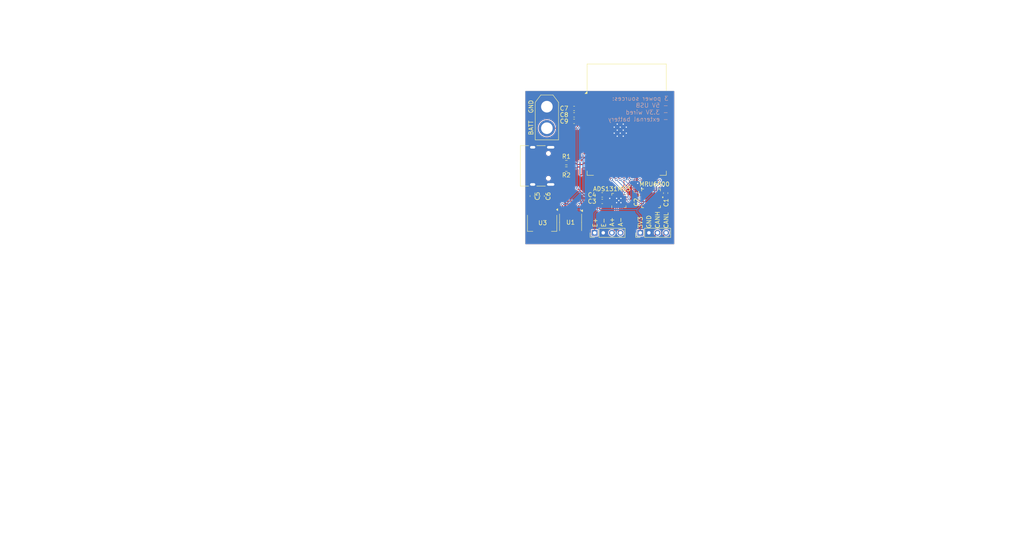
<source format=kicad_pcb>
(kicad_pcb (version 20240108) (generator "pcbnew") (generator_version "8.0")
  (title_block (title "dsads") (date "2024-07-18") (rev "1"))
  (layers (0 "F.Cu" signal) (31 "B.Cu" signal) (34 "B.Paste" user) (35 "F.Paste" user) (36 "B.SilkS" user "B.Silkscreen") (37 "F.SilkS" user "F.Silkscreen") (38 "B.Mask" user) (39 "F.Mask" user) (44 "Edge.Cuts" user))
  (net 0 "")
  (net 1 "+3V3")
  (net 2 "/SYNC_{ADC}")
  (net 3 "/ADS-")
  (net 5 "GND")
  (net 7 "/CLK_{ADC}")
  (net 8 "/SCLK")
  (net 9 "Net-(ADS131M03-CAP)")
  (net 10 "/ADS+")
  (net 11 "/DRDY_{ADC}")
  (net 12 "/MISO")
  (net 14 "/CS_{ADC}")
  (net 15 "/MOSI")
  (net 19 "Net-(MPU6000-REGOUT)")
  (net 20 "Net-(MPU6000-CPOUT)")
  (net 21 "+5V")
  (net 22 "/CANL")
  (net 23 "/CANH")
  (net 29 "/INT_{gyro}")
  (net 34 "/CS_{gyro}")
  (net 37 "Net-(P1-D+)")
  (net 38 "Net-(P1-D-)")
  (net 54 "/USB_{D}+")
  (net 55 "/USB_{D}-")
  (net 63 "/RX")
  (net 64 "/TX")
  (footprint "0_stuff:ads" (layer "F.Cu") (at 176.533334 82.4 90)
    (property "Reference" "ADS131M03" (at 2.7 -1.633334 0) (layer "F.SilkS"))
    (property "Value" "~")
    (fp_line (start 1.65 -1.65) (end 1.65 -1.2) (stroke (width 0.12)) (layer "F.SilkS"))
    (fp_line (start 1.2 -1.65) (end 1.65 -1.65) (stroke (width 0.12)) (layer "F.SilkS"))
    (fp_line (start -1.2 -1.65) (end -1.8 -1.65) (stroke (width 0.12)) (layer "F.SilkS"))
    (fp_line (start 1.65 1.65) (end 1.65 1.2) (stroke (width 0.12)) (layer "F.SilkS"))
    (fp_line (start 1.2 1.65) (end 1.65 1.65) (stroke (width 0.12)) (layer "F.SilkS"))
    (fp_line (start -1.2 1.65) (end -1.65 1.65) (stroke (width 0.12)) (layer "F.SilkS"))
    (fp_line (start -1.65 1.65) (end -1.65 1.2) (stroke (width 0.12)) (layer "F.SilkS"))
    (pad "1" smd oval (at -1.4 -0.8 180) (size 0.2 0.6) (layers "F.Cu" "F.Paste" "F.Mask") (net 10 "/ADS+"))
    (pad "2" smd oval (at -1.4 -0.4 180) (size 0.2 0.6) (layers "F.Cu" "F.Paste" "F.Mask") (net 3 "/ADS-"))
    (pad "3" smd oval (at -1.4 0 180) (size 0.2 0.6) (layers "F.Cu" "F.Paste" "F.Mask"))
    (pad "4" smd oval (at -1.4 0.4 180) (size 0.2 0.6) (layers "F.Cu" "F.Paste" "F.Mask"))
    (pad "5" smd oval (at -1.4 0.8 180) (size 0.2 0.6) (layers "F.Cu" "F.Paste" "F.Mask"))
    (pad "6" smd oval (at -0.8 1.4 90) (size 0.2 0.6) (layers "F.Cu" "F.Paste" "F.Mask"))
    (pad "7" smd oval (at -0.4 1.4 90) (size 0.2 0.6) (layers "F.Cu" "F.Paste" "F.Mask"))
    (pad "8" smd oval (at 0 1.4 90) (size 0.2 0.6) (layers "F.Cu" "F.Paste" "F.Mask"))
    (pad "9" smd oval (at 0.4 1.4 90) (size 0.2 0.6) (layers "F.Cu" "F.Paste" "F.Mask") (net 2 "/SYNC_{ADC}"))
    (pad "10" smd oval (at 0.8 1.4 90) (size 0.2 0.6) (layers "F.Cu" "F.Paste" "F.Mask") (net 14 "/CS_{ADC}"))
    (pad "11" smd oval (at 1.4 0.8 180) (size 0.2 0.6) (layers "F.Cu" "F.Paste" "F.Mask") (net 11 "/DRDY_{ADC}"))
    (pad "12" smd oval (at 1.4 0.4 180) (size 0.2 0.6) (layers "F.Cu" "F.Paste" "F.Mask") (net 8 "/SCLK"))
    (pad "13" smd oval (at 1.4 0 180) (size 0.2 0.6) (layers "F.Cu" "F.Paste" "F.Mask") (net 12 "/MISO"))
    (pad "14" smd oval (at 1.4 -0.4 180) (size 0.2 0.6) (layers "F.Cu" "F.Paste" "F.Mask") (net 15 "/MOSI"))
    (pad "15" smd oval (at 1.4 -0.8 180) (size 0.2 0.6) (layers "F.Cu" "F.Paste" "F.Mask") (net 7 "/CLK_{ADC}"))
    (pad "16" smd oval (at 0.8 -1.4 90) (size 0.2 0.6) (layers "F.Cu" "F.Paste" "F.Mask") (net 9 "Net-(ADS131M03-CAP)"))
    (pad "17" smd oval (at 0.4 -1.4 90) (size 0.2 0.6) (layers "F.Cu" "F.Paste" "F.Mask") (net 5 "GND"))
    (pad "18" smd oval (at 0 -1.4 90) (size 0.2 0.6) (layers "F.Cu" "F.Paste" "F.Mask") (net 1 "+3V3"))
    (pad "19" smd oval (at -0.4 -1.4 90) (size 0.2 0.6) (layers "F.Cu" "F.Paste" "F.Mask") (net 1 "+3V3"))
    (pad "20" smd oval (at -0.8 -1.4 90) (size 0.2 0.6) (layers "F.Cu" "F.Paste" "F.Mask") (net 5 "GND"))
    (pad "21" smd rect (at 0 0 90) (size 1.7 1.7) (layers "F.Cu" "F.Mask") (net 5 "GND"))
  )
  (footprint "Connector_AMASS:AMASS_XT30U-M_1x02_P5.0mm_Vertical" (layer "F.Cu") (at 159.8 60.6 -90)
    (property "Reference" "J3" (hide yes))
    (property "Value" "Conn_01x02_Socket")
    (fp_line (start -1.01 2.71) (end 7.71 2.71) (stroke (width 0.12)) (layer "F.SilkS"))
    (fp_line (start -2.71 1.41) (end -1.01 2.71) (stroke (width 0.12)) (layer "F.SilkS"))
    (fp_line (start -2.71 -1.41) (end -2.71 1.41) (stroke (width 0.12)) (layer "F.SilkS"))
    (fp_line (start -2.71 -1.41) (end -1.01 -2.71) (stroke (width 0.12)) (layer "F.SilkS"))
    (fp_line (start -1.01 -2.71) (end 7.71 -2.71) (stroke (width 0.12)) (layer "F.SilkS"))
    (fp_line (start 7.71 -2.71) (end 7.71 2.71) (stroke (width 0.12)) (layer "F.SilkS"))
    (pad "1" thru_hole rect (at 0 0 270) (size 3.8 3.8) (drill 2.7) (layers "*.Cu" "*.Mask") (net 5 "GND"))
    (pad "2" thru_hole circle (at 5 0 270) (size 3.8 3.8) (drill 2.7) (layers "*.Cu" "*.Mask") (net 1 "+3V3"))
  )
  (footprint "Capacitor_SMD:C_0603_1608Metric" (layer "F.Cu") (at 158.7 81.375 -90)
    (property "Reference" "C6" (at 0.025 -1.4 90) (layer "F.SilkS"))
    (property "Value" "22u")
    (fp_line (start -0.14058 0.51) (end 0.14058 0.51) (stroke (width 0.12)) (layer "F.SilkS"))
    (fp_line (start -0.14058 -0.51) (end 0.14058 -0.51) (stroke (width 0.12)) (layer "F.SilkS"))
    (pad "1" smd roundrect (at -0.775 0 270) (size 0.9 0.95) (layers "F.Cu" "F.Paste" "F.Mask") (net 5 "GND"))
    (pad "2" smd roundrect (at 0.775 0 270) (size 0.9 0.95) (layers "F.Cu" "F.Paste" "F.Mask") (net 1 "+3V3"))
  )
  (footprint "0_stuff:QFN24_4X4X0P9_IVS" (layer "F.Cu") (at 183.9939 81.8939 90)
    (property "Reference" "MPU6000" (at 3.2939 0.8061 0) (layer "F.SilkS"))
    (property "Value" "~")
    (fp_line (start 2.1717 -2.1717) (end 1.70974 -2.1717) (stroke (width 0.1524)) (layer "F.SilkS"))
    (fp_line (start -1.70974 -2.1717) (end -2.1717 -2.1717) (stroke (width 0.1524)) (layer "F.SilkS"))
    (fp_line (start -2.1717 -2.1717) (end -2.1717 -1.70974) (stroke (width 0.1524)) (layer "F.SilkS"))
    (fp_line (start 2.1717 -1.70974) (end 2.1717 -2.1717) (stroke (width 0.1524)) (layer "F.SilkS"))
    (fp_line (start -2.1717 1.70974) (end -2.1717 2.1717) (stroke (width 0.1524)) (layer "F.SilkS"))
    (fp_line (start 2.1717 2.1717) (end 2.1717 1.70974) (stroke (width 0.1524)) (layer "F.SilkS"))
    (fp_line (start 1.70974 2.1717) (end 2.1717 2.1717) (stroke (width 0.1524)) (layer "F.SilkS"))
    (fp_line (start -2.1717 2.1717) (end -1.70974 2.1717) (stroke (width 0.1524)) (layer "F.SilkS"))
    (fp_poly (pts (xy 0.559501 -2.6035) (xy 0.559501 -2.8575) (xy 0.940501 -2.8575) (xy 0.940501 -2.6035)) (fill solid) (layer "F.SilkS"))
    (fp_poly (pts (xy 0.059499 2.6035) (xy 0.059499 2.8575) (xy 0.4405 2.8575) (xy 0.4405 2.6035)) (fill solid) (layer "F.SilkS"))
    (pad "1" smd rect (at -1.9939 -1.25 180) (size 0.254 0.7112) (layers "F.Cu" "F.Paste" "F.Mask") (net 5 "GND"))
    (pad "2" smd rect (at -1.9939 -0.750001 180) (size 0.254 0.7112) (layers "F.Cu" "F.Paste" "F.Mask"))
    (pad "3" smd rect (at -1.9939 -0.25 180) (size 0.254 0.7112) (layers "F.Cu" "F.Paste" "F.Mask"))
    (pad "4" smd rect (at -1.9939 0.25 180) (size 0.254 0.7112) (layers "F.Cu" "F.Paste" "F.Mask"))
    (pad "5" smd rect (at -1.9939 0.750001 180) (size 0.254 0.7112) (layers "F.Cu" "F.Paste" "F.Mask"))
    (pad "6" smd rect (at -1.9939 1.25 180) (size 0.254 0.7112) (layers "F.Cu" "F.Paste" "F.Mask") (net 5 "GND"))
    (pad "7" smd rect (at -1.25 1.9939 90) (size 0.254 0.7112) (layers "F.Cu" "F.Paste" "F.Mask") (net 5 "GND"))
    (pad "8" smd rect (at -0.750001 1.9939 90) (size 0.254 0.7112) (layers "F.Cu" "F.Paste" "F.Mask") (net 34 "/CS_{gyro}"))
    (pad "9" smd rect (at -0.25 1.9939 90) (size 0.254 0.7112) (layers "F.Cu" "F.Paste" "F.Mask") (net 12 "/MISO"))
    (pad "10" smd rect (at 0.25 1.9939 90) (size 0.254 0.7112) (layers "F.Cu" "F.Paste" "F.Mask") (net 19 "Net-(MPU6000-REGOUT)"))
    (pad "11" smd rect (at 0.750001 1.9939 90) (size 0.254 0.7112) (layers "F.Cu" "F.Paste" "F.Mask") (net 5 "GND"))
    (pad "12" smd rect (at 1.25 1.9939 90) (size 0.254 0.7112) (layers "F.Cu" "F.Paste" "F.Mask") (net 29 "/INT_{gyro}"))
    (pad "13" smd rect (at 1.9939 1.25 180) (size 0.254 0.7112) (layers "F.Cu" "F.Paste" "F.Mask") (net 1 "+3V3"))
    (pad "14" smd rect (at 1.9939 0.750001 180) (size 0.254 0.7112) (layers "F.Cu" "F.Paste" "F.Mask"))
    (pad "15" smd rect (at 1.9939 0.25 180) (size 0.254 0.7112) (layers "F.Cu" "F.Paste" "F.Mask"))
    (pad "16" smd rect (at 1.9939 -0.25 180) (size 0.254 0.7112) (layers "F.Cu" "F.Paste" "F.Mask"))
    (pad "17" smd rect (at 1.9939 -0.750001 180) (size 0.254 0.7112) (layers "F.Cu" "F.Paste" "F.Mask"))
    (pad "18" smd rect (at 1.9939 -1.25 180) (size 0.254 0.7112) (layers "F.Cu" "F.Paste" "F.Mask") (net 5 "GND"))
    (pad "19" smd rect (at 1.25 -1.9939 90) (size 0.254 0.7112) (layers "F.Cu" "F.Paste" "F.Mask"))
    (pad "20" smd rect (at 0.750001 -1.9939 90) (size 0.254 0.7112) (layers "F.Cu" "F.Paste" "F.Mask") (net 20 "Net-(MPU6000-CPOUT)"))
    (pad "21" smd rect (at 0.25 -1.9939 90) (size 0.254 0.7112) (layers "F.Cu" "F.Paste" "F.Mask"))
    (pad "22" smd rect (at -0.25 -1.9939 90) (size 0.254 0.7112) (layers "F.Cu" "F.Paste" "F.Mask"))
    (pad "23" smd rect (at -0.750001 -1.9939 90) (size 0.254 0.7112) (layers "F.Cu" "F.Paste" "F.Mask") (net 8 "/SCLK"))
    (pad "24" smd rect (at -1.25 -1.9939 90) (size 0.254 0.7112) (layers "F.Cu" "F.Paste" "F.Mask") (net 15 "/MOSI"))
    (pad "25" smd rect (at 0 0 90) (size 2.7432 2.6416) (layers "F.Cu" "F.Paste" "F.Mask"))
  )
  (footprint "Capacitor_SMD:C_0603_1608Metric" (layer "F.Cu") (at 166.125 62.5)
    (property "Reference" "C8" (at -2.325 0 0) (layer "F.SilkS"))
    (property "Value" "10n")
    (fp_line (start -0.14058 -0.51) (end 0.14058 -0.51) (stroke (width 0.12)) (layer "F.SilkS"))
    (fp_line (start -0.14058 0.51) (end 0.14058 0.51) (stroke (width 0.12)) (layer "F.SilkS"))
    (pad "1" smd roundrect (at -0.775 0) (size 0.9 0.95) (layers "F.Cu" "F.Paste" "F.Mask") (net 5 "GND"))
    (pad "2" smd roundrect (at 0.775 0) (size 0.9 0.95) (layers "F.Cu" "F.Paste" "F.Mask") (net 1 "+3V3"))
  )
  (footprint "Package_TO_SOT_SMD:SOT-223-3_TabPin2" (layer "F.Cu") (at 158.7 87.65 -90)
    (property "Reference" "U3" (at -0.05 -0.1 180) (layer "F.SilkS"))
    (property "Value" "AZ1117-3.3")
    (fp_line (start -1.85 3.41) (end 1.91 3.41) (stroke (width 0.12)) (layer "F.SilkS"))
    (fp_line (start 1.91 3.41) (end 1.91 2.15) (stroke (width 0.12)) (layer "F.SilkS"))
    (fp_line (start -1.85 -3.41) (end 1.91 -3.41) (stroke (width 0.12)) (layer "F.SilkS"))
    (fp_line (start 1.91 -3.41) (end 1.91 -2.15) (stroke (width 0.12)) (layer "F.SilkS"))
    (fp_poly (pts (xy -3.13 -3.31) (xy -3.37 -3.64) (xy -2.89 -3.64) (xy -3.13 -3.31)) (stroke (width 0.12)) (fill solid) (layer "F.SilkS"))
    (pad "1" smd roundrect (at -3.15 -2.3 270) (size 2 1.5) (layers "F.Cu" "F.Paste" "F.Mask") (net 5 "GND"))
    (pad "2" smd roundrect (at -3.15 0 270) (size 2 1.5) (layers "F.Cu" "F.Paste" "F.Mask") (net 1 "+3V3"))
    (pad "2" smd roundrect (at 3.15 0 270) (size 2 3.8) (layers "F.Cu" "F.Paste" "F.Mask") (net 1 "+3V3"))
    (pad "3" smd roundrect (at -3.15 2.3 270) (size 2 1.5) (layers "F.Cu" "F.Paste" "F.Mask") (net 21 "+5V"))
  )
  (footprint "Resistor_SMD:R_0603_1608Metric" (layer "F.Cu") (at 164.325 75.1)
    (property "Reference" "R2" (at 0 1.4 0) (layer "F.SilkS"))
    (property "Value" "22")
    (fp_line (start -0.237258 -0.5225) (end 0.237258 -0.5225) (stroke (width 0.12)) (layer "F.SilkS"))
    (fp_line (start -0.237258 0.5225) (end 0.237258 0.5225) (stroke (width 0.12)) (layer "F.SilkS"))
    (pad "1" smd roundrect (at -0.825 0) (size 0.8 0.95) (layers "F.Cu" "F.Paste" "F.Mask") (net 38 "Net-(P1-D-)"))
    (pad "2" smd roundrect (at 0.825 0) (size 0.8 0.95) (layers "F.Cu" "F.Paste" "F.Mask") (net 55 "/USB_{D}-"))
  )
  (footprint "Capacitor_SMD:C_0603_1608Metric" (layer "F.Cu") (at 172.658334 81.1)
    (property "Reference" "C4" (at -2.358334 0 0) (layer "F.SilkS"))
    (property "Value" "220n")
    (fp_line (start -0.14058 -0.51) (end 0.14058 -0.51) (stroke (width 0.12)) (layer "F.SilkS"))
    (fp_line (start -0.14058 0.51) (end 0.14058 0.51) (stroke (width 0.12)) (layer "F.SilkS"))
    (pad "1" smd roundrect (at -0.775 0) (size 0.9 0.95) (layers "F.Cu" "F.Paste" "F.Mask") (net 5 "GND"))
    (pad "2" smd roundrect (at 0.775 0) (size 0.9 0.95) (layers "F.Cu" "F.Paste" "F.Mask") (net 9 "Net-(ADS131M03-CAP)"))
  )
  (footprint "Resistor_SMD:R_0603_1608Metric" (layer "F.Cu") (at 164.325 73.6)
    (property "Reference" "R1" (at 0 -1.43 0) (layer "F.SilkS"))
    (property "Value" "22")
    (fp_line (start -0.237258 -0.5225) (end 0.237258 -0.5225) (stroke (width 0.12)) (layer "F.SilkS"))
    (fp_line (start -0.237258 0.5225) (end 0.237258 0.5225) (stroke (width 0.12)) (layer "F.SilkS"))
    (pad "1" smd roundrect (at -0.825 0) (size 0.8 0.95) (layers "F.Cu" "F.Paste" "F.Mask") (net 37 "Net-(P1-D+)"))
    (pad "2" smd roundrect (at 0.825 0) (size 0.8 0.95) (layers "F.Cu" "F.Paste" "F.Mask") (net 54 "/USB_{D}+"))
  )
  (footprint "RF_Module:ESP32-S3-WROOM-1" (layer "F.Cu") (at 178.35 63.59)
    (property "Reference" "U2" (hide yes))
    (property "Value" "ESP32-S3-WROOM-1")
    (fp_line (start -9.2 -12.9) (end -9.2 -6.7) (stroke (width 0.12)) (layer "F.SilkS"))
    (fp_line (start -9.2 -12.9) (end 9.2 -12.9) (stroke (width 0.12)) (layer "F.SilkS"))
    (fp_line (start -9.2 11.95) (end -9.2 12.95) (stroke (width 0.12)) (layer "F.SilkS"))
    (fp_line (start -9.2 12.95) (end -7.7 12.95) (stroke (width 0.12)) (layer "F.SilkS"))
    (fp_line (start 9.2 -12.9) (end 9.2 -6.7) (stroke (width 0.12)) (layer "F.SilkS"))
    (fp_line (start 9.2 12.95) (end 7.7 12.95) (stroke (width 0.12)) (layer "F.SilkS"))
    (fp_line (start 9.2 12.95) (end 9.2 11.95) (stroke (width 0.12)) (layer "F.SilkS"))
    (fp_poly (pts (xy -9.2 -6.025) (xy -9.7 -6.025) (xy -9.2 -6.525) (xy -9.2 -6.025)) (stroke (width 0.12)) (fill solid) (layer "F.SilkS"))
    (pad "1" smd rect (at -8.75 -5.26) (size 1.5 0.9) (layers "F.Cu" "F.Paste" "F.Mask") (net 5 "GND"))
    (pad "2" smd rect (at -8.75 -3.99) (size 1.5 0.9) (layers "F.Cu" "F.Paste" "F.Mask") (net 1 "+3V3"))
    (pad "3" smd rect (at -8.75 -2.72) (size 1.5 0.9) (layers "F.Cu" "F.Paste" "F.Mask"))
    (pad "4" smd rect (at -8.75 -1.45) (size 1.5 0.9) (layers "F.Cu" "F.Paste" "F.Mask"))
    (pad "5" smd rect (at -8.75 -0.18) (size 1.5 0.9) (layers "F.Cu" "F.Paste" "F.Mask"))
    (pad "6" smd rect (at -8.75 1.09) (size 1.5 0.9) (layers "F.Cu" "F.Paste" "F.Mask"))
    (pad "7" smd rect (at -8.75 2.36) (size 1.5 0.9) (layers "F.Cu" "F.Paste" "F.Mask"))
    (pad "8" smd rect (at -8.75 3.63) (size 1.5 0.9) (layers "F.Cu" "F.Paste" "F.Mask"))
    (pad "9" smd rect (at -8.75 4.9) (size 1.5 0.9) (layers "F.Cu" "F.Paste" "F.Mask"))
    (pad "10" smd rect (at -8.75 6.17) (size 1.5 0.9) (layers "F.Cu" "F.Paste" "F.Mask"))
    (pad "11" smd rect (at -8.75 7.44) (size 1.5 0.9) (layers "F.Cu" "F.Paste" "F.Mask") (net 64 "/TX"))
    (pad "12" smd rect (at -8.75 8.71) (size 1.5 0.9) (layers "F.Cu" "F.Paste" "F.Mask") (net 63 "/RX"))
    (pad "13" smd rect (at -8.75 9.98) (size 1.5 0.9) (layers "F.Cu" "F.Paste" "F.Mask") (net 55 "/USB_{D}-"))
    (pad "14" smd rect (at -8.75 11.25 180) (size 1.5 0.9) (layers "F.Cu" "F.Paste" "F.Mask") (net 54 "/USB_{D}+"))
    (pad "15" smd rect (at -6.985 12.5 270) (size 1.5 0.9) (layers "F.Cu" "F.Paste" "F.Mask"))
    (pad "16" smd rect (at -5.715 12.5 270) (size 1.5 0.9) (layers "F.Cu" "F.Paste" "F.Mask") (net 7 "/CLK_{ADC}"))
    (pad "17" smd rect (at -4.445 12.5 270) (size 1.5 0.9) (layers "F.Cu" "F.Paste" "F.Mask") (net 11 "/DRDY_{ADC}"))
    (pad "18" smd rect (at -3.175 12.5 270) (size 1.5 0.9) (layers "F.Cu" "F.Paste" "F.Mask") (net 14 "/CS_{ADC}"))
    (pad "19" smd rect (at -1.905 12.5 270) (size 1.5 0.9) (layers "F.Cu" "F.Paste" "F.Mask") (net 2 "/SYNC_{ADC}"))
    (pad "20" smd rect (at -0.635 12.5 270) (size 1.5 0.9) (layers "F.Cu" "F.Paste" "F.Mask") (net 15 "/MOSI"))
    (pad "21" smd rect (at 0.635 12.5 270) (size 1.5 0.9) (layers "F.Cu" "F.Paste" "F.Mask") (net 12 "/MISO"))
    (pad "22" smd rect (at 1.905 12.5 270) (size 1.5 0.9) (layers "F.Cu" "F.Paste" "F.Mask") (net 8 "/SCLK"))
    (pad "23" smd rect (at 3.175 12.5 270) (size 1.5 0.9) (layers "F.Cu" "F.Paste" "F.Mask"))
    (pad "24" smd rect (at 4.445 12.5 270) (size 1.5 0.9) (layers "F.Cu" "F.Paste" "F.Mask"))
    (pad "25" smd rect (at 5.715 12.5 270) (size 1.5 0.9) (layers "F.Cu" "F.Paste" "F.Mask") (net 29 "/INT_{gyro}"))
    (pad "26" smd rect (at 6.985 12.5 270) (size 1.5 0.9) (layers "F.Cu" "F.Paste" "F.Mask") (net 34 "/CS_{gyro}"))
    (pad "27" smd rect (at 8.75 11.25) (size 1.5 0.9) (layers "F.Cu" "F.Paste" "F.Mask"))
    (pad "28" smd rect (at 8.75 9.98) (size 1.5 0.9) (layers "F.Cu" "F.Paste" "F.Mask"))
    (pad "29" smd rect (at 8.75 8.71) (size 1.5 0.9) (layers "F.Cu" "F.Paste" "F.Mask"))
    (pad "30" smd rect (at 8.75 7.44) (size 1.5 0.9) (layers "F.Cu" "F.Paste" "F.Mask"))
    (pad "31" smd rect (at 8.75 6.17) (size 1.5 0.9) (layers "F.Cu" "F.Paste" "F.Mask"))
    (pad "32" smd rect (at 8.75 4.9) (size 1.5 0.9) (layers "F.Cu" "F.Paste" "F.Mask"))
    (pad "33" smd rect (at 8.75 3.63) (size 1.5 0.9) (layers "F.Cu" "F.Paste" "F.Mask"))
    (pad "34" smd rect (at 8.75 2.36) (size 1.5 0.9) (layers "F.Cu" "F.Paste" "F.Mask"))
    (pad "35" smd rect (at 8.75 1.09) (size 1.5 0.9) (layers "F.Cu" "F.Paste" "F.Mask"))
    (pad "36" smd rect (at 8.75 -0.18) (size 1.5 0.9) (layers "F.Cu" "F.Paste" "F.Mask"))
    (pad "37" smd rect (at 8.75 -1.45) (size 1.5 0.9) (layers "F.Cu" "F.Paste" "F.Mask"))
    (pad "38" smd rect (at 8.75 -2.72) (size 1.5 0.9) (layers "F.Cu" "F.Paste" "F.Mask"))
    (pad "39" smd rect (at 8.75 -3.99) (size 1.5 0.9) (layers "F.Cu" "F.Paste" "F.Mask"))
    (pad "40" smd rect (at 8.75 -5.26) (size 1.5 0.9) (layers "F.Cu" "F.Paste" "F.Mask") (net 5 "GND"))
    (pad "41" thru_hole circle (at -2.9 1.76 90) (size 0.6 0.6) (drill 0.3) (property pad_prop_heatsink) (layers "*.Cu" "F.Mask") (net 5 "GND"))
    (pad "41" thru_hole circle (at -2.9 3.16) (size 0.6 0.6) (drill 0.3) (property pad_prop_heatsink) (layers "*.Cu" "F.Mask") (net 5 "GND"))
    (pad "41" thru_hole circle (at -2.2 1.06) (size 0.6 0.6) (drill 0.3) (property pad_prop_heatsink) (layers "*.Cu" "F.Mask") (net 5 "GND"))
    (pad "41" thru_hole circle (at -2.2 2.46) (size 0.6 0.6) (drill 0.3) (property pad_prop_heatsink) (layers "*.Cu" "F.Mask") (net 5 "GND"))
    (pad "41" thru_hole circle (at -2.2 3.86) (size 0.6 0.6) (drill 0.3) (property pad_prop_heatsink) (layers "*.Cu" "F.Mask") (net 5 "GND"))
    (pad "41" thru_hole circle (at -1.5 1.76) (size 0.6 0.6) (drill 0.3) (property pad_prop_heatsink) (layers "*.Cu" "F.Mask") (net 5 "GND"))
    (pad "41" smd rect (at -1.5 2.46 270) (size 3.9 3.9) (layers "F.Cu" "F.Mask") (net 5 "GND"))
    (pad "41" thru_hole circle (at -1.5 3.16) (size 0.6 0.6) (drill 0.3) (property pad_prop_heatsink) (layers "*.Cu" "F.Mask") (net 5 "GND"))
    (pad "41" thru_hole circle (at -0.8 1.06) (size 0.6 0.6) (drill 0.3) (property pad_prop_heatsink) (layers "*.Cu" "F.Mask") (net 5 "GND"))
    (pad "41" thru_hole circle (at -0.8 2.46) (size 0.6 0.6) (drill 0.3) (property pad_prop_heatsink) (layers "*.Cu" "F.Mask") (net 5 "GND"))
    (pad "41" thru_hole circle (at -0.8 3.86) (size 0.6 0.6) (drill 0.3) (property pad_prop_heatsink) (layers "*.Cu" "F.Mask") (net 5 "GND"))
    (pad "41" thru_hole circle (at -0.1 1.76) (size 0.6 0.6) (drill 0.3) (property pad_prop_heatsink) (layers "*.Cu" "F.Mask") (net 5 "GND"))
    (pad "41" thru_hole circle (at -0.1 3.16) (size 0.6 0.6) (drill 0.3) (property pad_prop_heatsink) (layers "*.Cu" "F.Mask") (net 5 "GND"))
    (zone (net 0) (net_name "") (layers "F.Cu" "In1.Cu" "B.Cu") (connect_pads (clearance 0)) (min_thickness 0.254)
      (keepout (tracks not_allowed) (vias not_allowed) (pads not_allowed) (copperpour not_allowed) (footprints not_allowed))
      (fill (thermal_gap 0.508) (thermal_bridge_width 0.508))
      (polygon (pts (xy 154.35 56.84) (xy 202.35 56.84) (xy 202.35 35.84) (xy 154.35 35.84)))
    )
  )
  (footprint "Capacitor_SMD:C_0603_1608Metric" (layer "F.Cu") (at 172.658334 82.6)
    (property "Reference" "C3" (at -2.358334 0 0) (layer "F.SilkS"))
    (property "Value" "1u")
    (fp_line (start -0.14058 -0.51) (end 0.14058 -0.51) (stroke (width 0.12)) (layer "F.SilkS"))
    (fp_line (start -0.14058 0.51) (end 0.14058 0.51) (stroke (width 0.12)) (layer "F.SilkS"))
    (pad "1" smd roundrect (at -0.775 0) (size 0.9 0.95) (layers "F.Cu" "F.Paste" "F.Mask") (net 5 "GND"))
    (pad "2" smd roundrect (at 0.775 0) (size 0.9 0.95) (layers "F.Cu" "F.Paste" "F.Mask") (net 1 "+3V3"))
  )
  (footprint "Connector_USB:USB_C_Receptacle_HRO_TYPE-C-31-M-12" (layer "F.Cu") (at 157.555 74.35 -90)
    (property "Reference" "P1" (hide yes))
    (property "Value" "USB_C_Plug_USB2.0")
    (fp_line (start -4.7 3.9) (end 4.7 3.9) (stroke (width 0.12)) (layer "F.SilkS"))
    (fp_line (start -4.7 2) (end -4.7 3.9) (stroke (width 0.12)) (layer "F.SilkS"))
    (fp_line (start 4.7 2) (end 4.7 3.9) (stroke (width 0.12)) (layer "F.SilkS"))
    (fp_line (start -4.7 -1.9) (end -4.7 0.1) (stroke (width 0.12)) (layer "F.SilkS"))
    (fp_line (start 4.7 -1.9) (end 4.7 0.1) (stroke (width 0.12)) (layer "F.SilkS"))
    (pad "" np_thru_hole circle (at -2.89 -2.6 270) (size 0.65 0.65) (drill 0.65) (layers "*.Cu" "*.Mask"))
    (pad "" np_thru_hole circle (at 2.89 -2.6 270) (size 0.65 0.65) (drill 0.65) (layers "*.Cu" "*.Mask"))
    (pad "A1" smd rect (at -3.25 -4.045 270) (size 0.6 1.45) (layers "F.Cu" "F.Paste" "F.Mask") (net 5 "GND"))
    (pad "A4" smd rect (at -2.45 -4.045 270) (size 0.6 1.45) (layers "F.Cu" "F.Paste" "F.Mask") (net 21 "+5V"))
    (pad "A5" smd rect (at -1.25 -4.045 270) (size 0.3 1.45) (layers "F.Cu" "F.Paste" "F.Mask") (net 5 "GND"))
    (pad "A6" smd rect (at -0.25 -4.045 270) (size 0.3 1.45) (layers "F.Cu" "F.Paste" "F.Mask") (net 37 "Net-(P1-D+)"))
    (pad "A7" smd rect (at 0.25 -4.045 270) (size 0.3 1.45) (layers "F.Cu" "F.Paste" "F.Mask") (net 38 "Net-(P1-D-)"))
    (pad "A8" smd rect (at 1.25 -4.045 270) (size 0.3 1.45) (layers "F.Cu" "F.Paste" "F.Mask"))
    (pad "A9" smd rect (at 2.45 -4.045 270) (size 0.6 1.45) (layers "F.Cu" "F.Paste" "F.Mask") (net 21 "+5V"))
    (pad "A12" smd rect (at 3.25 -4.045 270) (size 0.6 1.45) (layers "F.Cu" "F.Paste" "F.Mask") (net 5 "GND"))
    (pad "B1" smd rect (at 3.25 -4.045 270) (size 0.6 1.45) (layers "F.Cu" "F.Paste" "F.Mask") (net 5 "GND"))
    (pad "B4" smd rect (at 2.45 -4.045 270) (size 0.6 1.45) (layers "F.Cu" "F.Paste" "F.Mask") (net 21 "+5V"))
    (pad "B5" smd rect (at 1.75 -4.045 270) (size 0.3 1.45) (layers "F.Cu" "F.Paste" "F.Mask") (net 5 "GND"))
    (pad "B6" smd rect (at 0.75 -4.045 270) (size 0.3 1.45) (layers "F.Cu" "F.Paste" "F.Mask"))
    (pad "B7" smd rect (at -0.75 -4.045 270) (size 0.3 1.45) (layers "F.Cu" "F.Paste" "F.Mask"))
    (pad "B8" smd rect (at -1.75 -4.045 270) (size 0.3 1.45) (layers "F.Cu" "F.Paste" "F.Mask"))
    (pad "B9" smd rect (at -2.45 -4.045 270) (size 0.6 1.45) (layers "F.Cu" "F.Paste" "F.Mask") (net 21 "+5V"))
    (pad "B12" smd rect (at -3.25 -4.045 270) (size 0.6 1.45) (layers "F.Cu" "F.Paste" "F.Mask") (net 5 "GND"))
    (pad "S1" thru_hole oval (at -4.32 -3.13 270) (size 1 2.1) (drill oval 0.6 1.7) (layers "*.Cu" "*.Mask") (net 5 "GND"))
    (pad "S1" thru_hole oval (at -4.32 1.05 270) (size 1 1.6) (drill oval 0.6 1.2) (layers "*.Cu" "*.Mask") (net 5 "GND"))
    (pad "S1" thru_hole oval (at 4.32 -3.13 270) (size 1 2.1) (drill oval 0.6 1.7) (layers "*.Cu" "*.Mask") (net 5 "GND"))
    (pad "S1" thru_hole oval (at 4.32 1.05 270) (size 1 1.6) (drill oval 0.6 1.2) (layers "*.Cu" "*.Mask") (net 5 "GND"))
  )
  (footprint "Capacitor_SMD:C_0603_1608Metric" (layer "F.Cu") (at 166.125 64)
    (property "Reference" "C9" (at -2.325 0 0) (layer "F.SilkS"))
    (property "Value" "1u")
    (fp_line (start -0.14058 -0.51) (end 0.14058 -0.51) (stroke (width 0.12)) (layer "F.SilkS"))
    (fp_line (start -0.14058 0.51) (end 0.14058 0.51) (stroke (width 0.12)) (layer "F.SilkS"))
    (pad "1" smd roundrect (at -0.775 0) (size 0.9 0.95) (layers "F.Cu" "F.Paste" "F.Mask") (net 5 "GND"))
    (pad "2" smd roundrect (at 0.775 0) (size 0.9 0.95) (layers "F.Cu" "F.Paste" "F.Mask") (net 1 "+3V3"))
  )
  (footprint "Capacitor_SMD:C_0603_1608Metric" (layer "F.Cu") (at 180.6 80.375 -90)
    (property "Reference" "C2" (at 2.425 0 -90) (layer "F.SilkS"))
    (property "Value" "2.2n")
    (fp_line (start -0.14058 0.51) (end 0.14058 0.51) (stroke (width 0.12)) (layer "F.SilkS"))
    (fp_line (start -0.14058 -0.51) (end 0.14058 -0.51) (stroke (width 0.12)) (layer "F.SilkS"))
    (pad "1" smd roundrect (at -0.775 0 270) (size 0.9 0.95) (layers "F.Cu" "F.Paste" "F.Mask") (net 5 "GND"))
    (pad "2" smd roundrect (at 0.775 0 270) (size 0.9 0.95) (layers "F.Cu" "F.Paste" "F.Mask") (net 20 "Net-(MPU6000-CPOUT)"))
  )
  (footprint "Connector_PinHeader_2.00mm:PinHeader_1x04_P2.00mm_Vertical" (layer "F.Cu") (at 170.9 89.9 90)
    (property "Reference" "J4" (hide yes))
    (property "Value" "Conn_01x04_Pin")
    (fp_line (start -1.06 -1.06) (end 0 -1.06) (stroke (width 0.12)) (layer "F.SilkS"))
    (fp_line (start -1.06 0) (end -1.06 -1.06) (stroke (width 0.12)) (layer "F.SilkS"))
    (fp_line (start 1.06 1) (end 1.06 7.06) (stroke (width 0.12)) (layer "F.SilkS"))
    (fp_line (start -1.06 1) (end 1.06 1) (stroke (width 0.12)) (layer "F.SilkS"))
    (fp_line (start -1.06 1) (end -1.06 7.06) (stroke (width 0.12)) (layer "F.SilkS"))
    (fp_line (start -1.06 7.06) (end 1.06 7.06) (stroke (width 0.12)) (layer "F.SilkS"))
    (pad "1" thru_hole rect (at 0 0 90) (size 1.35 1.35) (drill 0.8) (layers "*.Cu" "*.Mask") (net 1 "+3V3"))
    (pad "2" thru_hole oval (at 0 2 90) (size 1.35 1.35) (drill 0.8) (layers "*.Cu" "*.Mask") (net 5 "GND"))
    (pad "3" thru_hole oval (at 0 4 90) (size 1.35 1.35) (drill 0.8) (layers "*.Cu" "*.Mask") (net 10 "/ADS+"))
    (pad "4" thru_hole oval (at 0 6 90) (size 1.35 1.35) (drill 0.8) (layers "*.Cu" "*.Mask") (net 3 "/ADS-"))
  )
  (footprint "Capacitor_SMD:C_0603_1608Metric" (layer "F.Cu") (at 166.125 61)
    (property "Reference" "C7" (at -2.325 0 0) (layer "F.SilkS"))
    (property "Value" "100n")
    (fp_line (start -0.14058 -0.51) (end 0.14058 -0.51) (stroke (width 0.12)) (layer "F.SilkS"))
    (fp_line (start -0.14058 0.51) (end 0.14058 0.51) (stroke (width 0.12)) (layer "F.SilkS"))
    (pad "1" smd roundrect (at -0.775 0) (size 0.9 0.95) (layers "F.Cu" "F.Paste" "F.Mask") (net 5 "GND"))
    (pad "2" smd roundrect (at 0.775 0) (size 0.9 0.95) (layers "F.Cu" "F.Paste" "F.Mask") (net 1 "+3V3"))
  )
  (footprint "Capacitor_SMD:C_0603_1608Metric" (layer "F.Cu") (at 156.4 81.375 -90)
    (property "Reference" "C5" (at 0 -1.2 90) (layer "F.SilkS"))
    (property "Value" "22u")
    (fp_line (start -0.14058 0.51) (end 0.14058 0.51) (stroke (width 0.12)) (layer "F.SilkS"))
    (fp_line (start -0.14058 -0.51) (end 0.14058 -0.51) (stroke (width 0.12)) (layer "F.SilkS"))
    (pad "1" smd roundrect (at -0.775 0 270) (size 0.9 0.95) (layers "F.Cu" "F.Paste" "F.Mask") (net 5 "GND"))
    (pad "2" smd roundrect (at 0.775 0 270) (size 0.9 0.95) (layers "F.Cu" "F.Paste" "F.Mask") (net 21 "+5V"))
  )
  (footprint "Capacitor_SMD:C_0603_1608Metric" (layer "F.Cu") (at 187.4 80.675 -90)
    (property "Reference" "C1" (at 2.225 -0.1 90) (layer "F.SilkS"))
    (property "Value" "100n")
    (fp_line (start -0.14058 0.51) (end 0.14058 0.51) (stroke (width 0.12)) (layer "F.SilkS"))
    (fp_line (start -0.14058 -0.51) (end 0.14058 -0.51) (stroke (width 0.12)) (layer "F.SilkS"))
    (pad "1" smd roundrect (at -0.775 0 270) (size 0.9 0.95) (layers "F.Cu" "F.Paste" "F.Mask") (net 5 "GND"))
    (pad "2" smd roundrect (at 0.775 0 270) (size 0.9 0.95) (layers "F.Cu" "F.Paste" "F.Mask") (net 19 "Net-(MPU6000-REGOUT)"))
  )
  (footprint "Connector_PinHeader_2.00mm:PinHeader_1x04_P2.00mm_Vertical" (layer "F.Cu") (at 181.5 89.9 90)
    (property "Reference" "J2" (hide yes))
    (property "Value" "Conn_01x04_Pin")
    (fp_line (start -1.06 -1.06) (end 0 -1.06) (stroke (width 0.12)) (layer "F.SilkS"))
    (fp_line (start -1.06 0) (end -1.06 -1.06) (stroke (width 0.12)) (layer "F.SilkS"))
    (fp_line (start 1.06 1) (end 1.06 7.06) (stroke (width 0.12)) (layer "F.SilkS"))
    (fp_line (start -1.06 1) (end 1.06 1) (stroke (width 0.12)) (layer "F.SilkS"))
    (fp_line (start -1.06 1) (end -1.06 7.06) (stroke (width 0.12)) (layer "F.SilkS"))
    (fp_line (start -1.06 7.06) (end 1.06 7.06) (stroke (width 0.12)) (layer "F.SilkS"))
    (pad "1" thru_hole rect (at 0 0 90) (size 1.35 1.35) (drill 0.8) (layers "*.Cu" "*.Mask") (net 1 "+3V3"))
    (pad "2" thru_hole oval (at 0 2 90) (size 1.35 1.35) (drill 0.8) (layers "*.Cu" "*.Mask") (net 5 "GND"))
    (pad "3" thru_hole oval (at 0 4 90) (size 1.35 1.35) (drill 0.8) (layers "*.Cu" "*.Mask") (net 23 "/CANH"))
    (pad "4" thru_hole oval (at 0 6 90) (size 1.35 1.35) (drill 0.8) (layers "*.Cu" "*.Mask") (net 22 "/CANL"))
  )
  (footprint "Package_SO:SO-8_3.9x4.9mm_P1.27mm" (layer "F.Cu") (at 165.305 87.475 -90)
    (property "Reference" "U1" (at 0 0 180) (layer "F.SilkS"))
    (property "Value" "~" (hide yes))
    (fp_line (start 0 2.56) (end -1.95 2.56) (stroke (width 0.12)) (layer "F.SilkS"))
    (fp_line (start 0 2.56) (end 1.95 2.56) (stroke (width 0.12)) (layer "F.SilkS"))
    (fp_line (start 0 -2.56) (end -1.95 -2.56) (stroke (width 0.12)) (layer "F.SilkS"))
    (fp_line (start 0 -2.56) (end 1.95 -2.56) (stroke (width 0.12)) (layer "F.SilkS"))
    (fp_poly (pts (xy -2.7 -2.465) (xy -2.94 -2.795) (xy -2.46 -2.795) (xy -2.7 -2.465)) (stroke (width 0.12)) (fill solid) (layer "F.SilkS"))
    (pad "1" smd roundrect (at -2.575 -1.905 270) (size 1.75 0.6) (layers "F.Cu" "F.Paste" "F.Mask") (net 64 "/TX"))
    (pad "2" smd roundrect (at -2.575 -0.635 270) (size 1.75 0.6) (layers "F.Cu" "F.Paste" "F.Mask") (net 5 "GND"))
    (pad "3" smd roundrect (at -2.575 0.635 270) (size 1.75 0.6) (layers "F.Cu" "F.Paste" "F.Mask") (net 1 "+3V3"))
    (pad "4" smd roundrect (at -2.575 1.905 270) (size 1.75 0.6) (layers "F.Cu" "F.Paste" "F.Mask") (net 63 "/RX"))
    (pad "5" smd roundrect (at 2.575 1.905 270) (size 1.75 0.6) (layers "F.Cu" "F.Paste" "F.Mask"))
    (pad "6" smd roundrect (at 2.575 0.635 270) (size 1.75 0.6) (layers "F.Cu" "F.Paste" "F.Mask") (net 22 "/CANL"))
    (pad "7" smd roundrect (at 2.575 -0.635 270) (size 1.75 0.6) (layers "F.Cu" "F.Paste" "F.Mask") (net 23 "/CANH"))
    (pad "8" smd roundrect (at 2.575 -1.905 270) (size 1.75 0.6) (layers "F.Cu" "F.Paste" "F.Mask") (net 5 "GND"))
  )
  (gr_rect (start 154.8 56.95) (end 189.4 92.55) (stroke (width 0.05)) (fill none) (layer "Edge.Cuts"))
  (gr_text "3 power sources:\n- 5V USB\n- 3.3V wired\n- external battery" (at 188.1 64.1 0) (layer "B.SilkS") (effects (font (size 1 1) (thickness 0.1)) (justify left bottom mirror)))
  (gr_text "GND" (at 184.1 88.975 90) (layer "F.SilkS") (effects (font (size 1 1)) (justify left bottom)))
  (gr_text "CANL" (at 188.1 88.975 90) (layer "F.SilkS") (effects (font (size 1 1)) (justify left bottom)))
  (gr_text "GND" (at 156.7 62.2 90) (layer "F.SilkS") (effects (font (size 1 1)) (justify left bottom)))
  (gr_text "BATT" (at 156.7 67.3 90) (layer "F.SilkS") (effects (font (size 1 1)) (justify left bottom)))
  (gr_text "E-" (at 173.6 88.7 90) (layer "F.SilkS") (effects (font (size 1 1)) (justify left bottom)))
  (gr_text "3V3" (at 182.1 88.975 90) (layer "F.SilkS") (effects (font (size 1 1)) (justify left bottom)))
  (gr_text "CANH" (at 186.1 88.975 90) (layer "F.SilkS") (effects (font (size 1 1)) (justify left bottom)))
  (gr_text "E+" (at 171.6 88.7 90) (layer "F.SilkS") (effects (font (size 1 1)) (justify left bottom)))
  (gr_text "A+" (at 175.5 88.5 90) (layer "F.SilkS") (effects (font (size 1 1)) (justify left bottom)))
  (gr_text "A-" (at 177.5 88.5 90) (layer "F.SilkS") (effects (font (size 1 1)) (justify left bottom)))
  (segment (start 173.533334 82.6) (end 174.733334 82.6) (width 0.15) (layer "F.Cu") (net 1))
  (segment (start 168.3 59.6) (end 169.6 59.6) (width 0.25) (layer "F.Cu") (net 1))
  (segment (start 166.9 61) (end 168.3 59.6) (width 0.25) (layer "F.Cu") (net 1))
  (segment (start 170.814682 83.485318) (end 171.796031 84.466667) (width 0.25) (layer "F.Cu") (net 1))
  (segment (start 174.733334 82.6) (end 174.933334 82.4) (width 0.15) (layer "F.Cu") (net 1))
  (segment (start 164.67 84.9) (end 164.67 82.565318) (width 0.25) (layer "F.Cu") (net 1))
  (segment (start 166.829364 79.5) (end 169.864682 82.535318) (width 0.25) (layer "F.Cu") (net 1))
  (segment (start 166.8 65.6) (end 166.9 65.5) (width 0.2) (layer "F.Cu") (net 1))
  (segment (start 164.67 82.565318) (end 164.7 82.535318) (width 0.25) (layer "F.Cu") (net 1))
  (segment (start 165.5 82.535318) (end 169.864682 82.535318) (width 0.25) (layer "F.Cu") (net 1))
  (segment (start 164.7 82.535318) (end 165.5 82.535318) (width 0.25) (layer "F.Cu") (net 1))
  (segment (start 166.9 61) (end 166.9 65) (width 0.25) (layer "F.Cu") (net 1))
  (segment (start 185.2 78.9) (end 185.2 79.8561) (width 0.25) (layer "F.Cu") (net 1))
  (segment (start 166.9 65) (end 166.9 65.5) (width 0.25) (layer "F.Cu") (net 1))
  (segment (start 173.433334 82.829364) (end 171.796031 84.466667) (width 0.25) (layer "F.Cu") (net 1))
  (segment (start 158.7 84.5) (end 160.664682 82.535318) (width 0.25) (layer "F.Cu") (net 1))
  (segment (start 159.8 65.6) (end 166.8 65.6) (width 0.2) (layer "F.Cu") (net 1))
  (segment (start 160.664682 82.535318) (end 164.7 82.535318) (width 0.25) (layer "F.Cu") (net 1))
  (segment (start 185.2 79.8561) (end 185.2439 79.9) (width 0.25) (layer "F.Cu") (net 1))
  (segment (start 169.864682 82.535318) (end 170.814682 83.485318) (width 0.25) (layer "F.Cu") (net 1))
  (segment (start 158.7 82.15) (end 158.7 84.5) (width 0.25) (layer "F.Cu") (net 1))
  (segment (start 174.733334 82.6) (end 174.933334 82.8) (width 0.15) (layer "F.Cu") (net 1))
  (segment (start 173.433334 82.6) (end 173.433334 82.829364) (width 0.25) (layer "F.Cu") (net 1))
  (via (at 166.829364 79.5) (size 0.6) (drill 0.3) (layers "F.Cu" "B.Cu") (net 1))
  (via (at 185.2 78.9) (size 0.6) (drill 0.3) (layers "F.Cu" "B.Cu") (net 1))
  (via (at 166.9 65.5) (size 0.6) (drill 0.3) (layers "F.Cu" "B.Cu") (net 1))
  (via (at 171.796031 84.466667) (size 0.6) (drill 0.3) (layers "F.Cu" "B.Cu") (net 1))
  (segment (start 166.829364 65.570636) (end 166.829364 79.5) (width 0.25) (layer "B.Cu") (net 1))
  (segment (start 170.9 85.362698) (end 170.9 89.9) (width 0.2) (layer "B.Cu") (net 1))
  (segment (start 185.2 79.983884) (end 185.2 78.9) (width 0.25) (layer "B.Cu") (net 1))
  (segment (start 166.829364 79.5) (end 166.8 79.470636) (width 0.25) (layer "B.Cu") (net 1))
  (segment (start 180.717217 85.117217) (end 181.5 85.9) (width 0.25) (layer "B.Cu") (net 1))
  (segment (start 180.717217 84.466667) (end 180.717217 85.117217) (width 0.25) (layer "B.Cu") (net 1))
  (segment (start 166.9 65.5) (end 166.829364 65.570636) (width 0.25) (layer "B.Cu") (net 1))
  (segment (start 171.796031 84.466667) (end 180.717217 84.466667) (width 0.25) (layer "B.Cu") (net 1))
  (segment (start 170.9 85.362698) (end 171.796031 84.466667) (width 0.2) (layer "B.Cu") (net 1))
  (segment (start 181.5 85.9) (end 181.5 89.9) (width 0.25) (layer "B.Cu") (net 1))
  (segment (start 180.717217 84.466667) (end 185.2 79.983884) (width 0.25) (layer "B.Cu") (net 1))
  (segment (start 177.933334 82) (end 178.133334 82) (width 0.15) (layer "F.Cu") (net 2))
  (segment (start 176.8 77.5) (end 176.445 77.145) (width 0.15) (layer "F.Cu") (net 2))
  (segment (start 178.133334 82) (end 178.533334 82.4) (width 0.15) (layer "F.Cu") (net 2))
  (segment (start 178.533334 82.4) (end 178.7 82.4) (width 0.15) (layer "F.Cu") (net 2))
  (segment (start 176.445 77.145) (end 176.445 76.09) (width 0.15) (layer "F.Cu") (net 2))
  (via (at 178.7 82.4) (size 0.6) (drill 0.3) (layers "F.Cu" "B.Cu") (net 2))
  (via (at 176.8 77.5) (size 0.6) (drill 0.3) (layers "F.Cu" "B.Cu") (net 2))
  (segment (start 179.275 79.975) (end 179.275 81.838173) (width 0.15) (layer "B.Cu") (net 2))
  (segment (start 179.275 81.838173) (end 178.713173 82.4) (width 0.15) (layer "B.Cu") (net 2))
  (segment (start 178.713173 82.4) (end 178.7 82.4) (width 0.15) (layer "B.Cu") (net 2))
  (segment (start 176.8 77.5) (end 179.275 79.975) (width 0.15) (layer "B.Cu") (net 2))
  (segment (start 176.133334 89.133334) (end 176.9 89.9) (width 0.2) (layer "F.Cu") (net 3))
  (segment (start 176.133334 83.8) (end 176.133334 89.133334) (width 0.2) (layer "F.Cu") (net 3))
  (segment (start 165.9 84.97) (end 165.93 85) (width 0.25) (layer "F.Cu") (net 5))
  (via (at 181.8 79.5) (size 0.6) (drill 0.3) (layers "F.Cu" "B.Cu") (net 5))
  (via (at 186.9 79.1) (size 0.6) (drill 0.3) (layers "F.Cu" "B.Cu") (net 5))
  (via (at 174.4 81.9) (size 0.6) (drill 0.3) (layers "F.Cu" "B.Cu") (net 5))
  (via (at 177 82.9) (size 0.5) (drill 0.3) (layers "F.Cu" "B.Cu") (net 5))
  (via (at 183.2 79) (size 0.6) (drill 0.3) (layers "F.Cu" "B.Cu") (net 5))
  (via (at 176 82.9) (size 0.5) (drill 0.3) (layers "F.Cu" "B.Cu") (net 5))
  (via (at 176.5 82.4) (size 0.5) (drill 0.3) (layers "F.Cu" "B.Cu") (net 5))
  (via (at 176 81.9) (size 0.5) (drill 0.3) (layers "F.Cu" "B.Cu") (net 5))
  (via (at 180.9 78.4) (size 0.6) (drill 0.3) (layers "F.Cu" "B.Cu") (net 5))
  (via (at 177 81.9) (size 0.5) (drill 0.3) (layers "F.Cu" "B.Cu") (net 5))
  (segment (start 172.635 76.09) (end 172.635 76.57) (width 0.15) (layer "F.Cu") (net 7))
  (segment (start 172.635 76.57) (end 175.733334 79.668334) (width 0.15) (layer "F.Cu") (net 7))
  (segment (start 175.733334 79.668334) (end 175.733334 81) (width 0.15) (layer "F.Cu") (net 7))
  (segment (start 180.255 76.09) (end 180.255 77.489424) (width 0.15) (layer "F.Cu") (net 8))
  (segment (start 180.788173 81.875) (end 180.136658 81.875) (width 0.15) (layer "F.Cu") (net 8))
  (segment (start 181.557074 82.643901) (end 180.788173 81.875) (width 0.15) (layer "F.Cu") (net 8))
  (segment (start 182 82.643901) (end 181.557074 82.643901) (width 0.15) (layer "F.Cu") (net 8))
  (segment (start 176.933334 80.811091) (end 179.847213 77.897212) (width 0.15) (layer "F.Cu") (net 8))
  (segment (start 179.847213 81.585555) (end 179.847213 77.897212) (width 0.15) (layer "F.Cu") (net 8))
  (segment (start 180.255 77.489424) (end 179.822212 77.922212) (width 0.15) (layer "F.Cu") (net 8))
  (segment (start 180.136658 81.875) (end 179.847213 81.585555) (width 0.15) (layer "F.Cu") (net 8))
  (segment (start 176.933334 81) (end 176.933334 80.811091) (width 0.15) (layer "F.Cu") (net 8))
  (segment (start 174.633334 81.1) (end 175.133334 81.6) (width 0.15) (layer "F.Cu") (net 9))
  (segment (start 173.433334 81.1) (end 174.633334 81.1) (width 0.15) (layer "F.Cu") (net 9))
  (segment (start 175.733334 89.066666) (end 174.9 89.9) (width 0.2) (layer "F.Cu") (net 10))
  (segment (start 175.733334 83.8) (end 175.733334 89.066666) (width 0.2) (layer "F.Cu") (net 10))
  (segment (start 173.905 76.605) (end 173.905 76.09) (width 0.15) (layer "F.Cu") (net 11))
  (segment (start 178 80.8) (end 177.8 81) (width 0.15) (layer "F.Cu") (net 11))
  (segment (start 174.8 77.5) (end 173.905 76.605) (width 0.15) (layer "F.Cu") (net 11))
  (segment (start 177.8 81) (end 177.333334 81) (width 0.15) (layer "F.Cu") (net 11))
  (via (at 178 80.8) (size 0.6) (drill 0.3) (layers "F.Cu" "B.Cu") (net 11))
  (via (at 174.8 77.5) (size 0.6) (drill 0.3) (layers "F.Cu" "B.Cu") (net 11))
  (segment (start 174.8 77.5) (end 178 80.7) (width 0.15) (layer "B.Cu") (net 11))
  (segment (start 178 80.7) (end 178 80.8) (width 0.15) (layer "B.Cu") (net 11))
  (segment (start 187.925 82.175) (end 186.0189 82.175) (width 0.15) (layer "F.Cu") (net 12))
  (segment (start 178.985 77.485) (end 179 77.5) (width 0.15) (layer "F.Cu") (net 12))
  (segment (start 182.4 78.3) (end 187.005026 78.3) (width 0.15) (layer "F.Cu") (net 12))
  (segment (start 181.6 77.5) (end 182.4 78.3) (width 0.15) (layer "F.Cu") (net 12))
  (segment (start 188.15 79.444974) (end 188.15 81.95) (width 0.15) (layer "F.Cu") (net 12))
  (segment (start 181.4 77.5) (end 181.6 77.5) (width 0.15) (layer "F.Cu") (net 12))
  (segment (start 179 78.194974) (end 179 77.5) (width 0.15) (layer "F.Cu") (net 12))
  (segment (start 176.533334 80.66164) (end 179 78.194974) (width 0.15) (layer "F.Cu") (net 12))
  (segment (start 188.15 81.95) (end 187.925 82.175) (width 0.15) (layer "F.Cu") (net 12))
  (segment (start 176.533334 81) (end 176.533334 80.66164) (width 0.15) (layer "F.Cu") (net 12))
  (segment (start 178.985 76.09) (end 178.985 77.485) (width 0.15) (layer "F.Cu") (net 12))
  (segment (start 187.005026 78.3) (end 188.15 79.444974) (width 0.15) (layer "F.Cu") (net 12))
  (segment (start 186.0189 82.175) (end 185.9878 82.1439) (width 0.15) (layer "F.Cu") (net 12))
  (via (at 181.4 77.5) (size 0.6) (drill 0.3) (layers "F.Cu" "B.Cu") (net 12))
  (via (at 179 77.5) (size 0.6) (drill 0.3) (layers "F.Cu" "B.Cu") (net 12))
  (segment (start 179 77.5) (end 181.4 77.5) (width 0.15) (layer "B.Cu") (net 12))
  (segment (start 175.893413 77.5) (end 175.175 76.781587) (width 0.15) (layer "F.Cu") (net 14))
  (segment (start 178.7 81.6) (end 177.933334 81.6) (width 0.15) (layer "F.Cu") (net 14))
  (segment (start 175.175 76.781587) (end 175.175 76.09) (width 0.15) (layer "F.Cu") (net 14))
  (via (at 178.7 81.6) (size 0.6) (drill 0.3) (layers "F.Cu" "B.Cu") (net 14))
  (via (at 175.893413 77.5) (size 0.6) (drill 0.3) (layers "F.Cu" "B.Cu") (net 14))
  (segment (start 178.7 80.306587) (end 178.7 81.6) (width 0.15) (layer "B.Cu") (net 14))
  (segment (start 175.893413 77.5) (end 178.7 80.306587) (width 0.15) (layer "B.Cu") (net 14))
  (segment (start 175.893413 77.5) (end 175.9 77.5) (width 0.15) (layer "B.Cu") (net 14))
  (segment (start 176.133334 80.566666) (end 176.133334 81) (width 0.15) (layer "F.Cu") (net 15))
  (segment (start 177.715 78.985) (end 176.133334 80.566666) (width 0.15) (layer "F.Cu") (net 15))
  (segment (start 181.9561 83.1) (end 182 83.1439) (width 0.15) (layer "F.Cu") (net 15))
  (segment (start 181.2 83.1) (end 181.9561 83.1) (width 0.15) (layer "F.Cu") (net 15))
  (segment (start 177.715 76.09) (end 177.715 78.985) (width 0.15) (layer "F.Cu") (net 15))
  (via (at 181.2 83.1) (size 0.6) (drill 0.3) (layers "F.Cu" "B.Cu") (net 15))
  (via (at 177.715 77.5) (size 0.6) (drill 0.3) (layers "F.Cu" "B.Cu") (net 15))
  (segment (start 181.2 80.985) (end 181.2 83.1) (width 0.15) (layer "B.Cu") (net 15))
  (segment (start 177.715 77.5) (end 181.2 80.985) (width 0.15) (layer "B.Cu") (net 15))
  (segment (start 187.2061 81.6439) (end 185.9878 81.6439) (width 0.15) (layer "F.Cu") (net 19))
  (segment (start 187.4 81.45) (end 187.2061 81.6439) (width 0.15) (layer "F.Cu") (net 19))
  (segment (start 181.993899 81.15) (end 182 81.143899) (width 0.25) (layer "F.Cu") (net 20))
  (segment (start 180.6 81.15) (end 181.993899 81.15) (width 0.25) (layer "F.Cu") (net 20))
  (segment (start 161.6 71.9) (end 160.675 71.9) (width 0.2) (layer "F.Cu") (net 21))
  (segment (start 156.4 84.5) (end 157.9 83) (width 0.25) (layer "F.Cu") (net 21))
  (segment (start 160.675 71.9) (end 160.444949 72.130051) (width 0.2) (layer "F.Cu") (net 21))
  (segment (start 157.9 78.505051) (end 159.865051 76.54) (width 0.25) (layer "F.Cu") (net 21))
  (segment (start 160.444949 72.130051) (end 160.444949 76.54) (width 0.2) (layer "F.Cu") (net 21))
  (segment (start 156.4 82.15) (end 156.4 84.5) (width 0.25) (layer "F.Cu") (net 21))
  (segment (start 160.704949 76.8) (end 161.6 76.8) (width 0.25) (layer "F.Cu") (net 21))
  (segment (start 157.9 83) (end 157.9 78.505051) (width 0.25) (layer "F.Cu") (net 21))
  (segment (start 159.865051 76.54) (end 160.444949 76.54) (width 0.25) (layer "F.Cu") (net 21))
  (segment (start 160.444949 76.54) (end 160.704949 76.8) (width 0.25) (layer "F.Cu") (net 21))
  (segment (start 185.65 91.75) (end 165.495001 91.75) (width 0.25) (layer "F.Cu") (net 22))
  (segment (start 164.67 90.924999) (end 164.67 90.05) (width 0.25) (layer "F.Cu") (net 22))
  (segment (start 165.495001 91.75) (end 164.67 90.924999) (width 0.25) (layer "F.Cu") (net 22))
  (segment (start 187.5 89.9) (end 185.65 91.75) (width 0.25) (layer "F.Cu") (net 22))
  (segment (start 165.94 90.924999) (end 166.315001 91.3) (width 0.25) (layer "F.Cu") (net 23))
  (segment (start 166.315001 91.3) (end 184.1 91.3) (width 0.25) (layer "F.Cu") (net 23))
  (segment (start 165.94 90.05) (end 165.94 90.924999) (width 0.25) (layer "F.Cu") (net 23))
  (segment (start 184.1 91.3) (end 185.5 89.9) (width 0.25) (layer "F.Cu") (net 23))
  (segment (start 186 78.9) (end 186 80.6317) (width 0.15) (layer "F.Cu") (net 29))
  (segment (start 186 80.6317) (end 185.9878 80.6439) (width 0.15) (layer "F.Cu") (net 29))
  (segment (start 184.065 76.57) (end 185.195 77.7) (width 0.15) (layer "F.Cu") (net 29))
  (segment (start 185.195 77.7) (end 186 77.7) (width 0.15) (layer "F.Cu") (net 29))
  (segment (start 184.065 76.09) (end 184.065 76.57) (width 0.15) (layer "F.Cu") (net 29))
  (via (at 186 78.9) (size 0.6) (drill 0.3) (layers "F.Cu" "B.Cu") (net 29))
  (via (at 186 77.7) (size 0.6) (drill 0.3) (layers "F.Cu" "B.Cu") (net 29))
  (segment (start 186 77.7) (end 186 78.9) (width 0.15) (layer "B.Cu") (net 29))
  (segment (start 187.951073 82.643901) (end 185.9878 82.643901) (width 0.15) (layer "F.Cu") (net 34))
  (segment (start 188.5 79.255) (end 188.5 82.094974) (width 0.15) (layer "F.Cu") (net 34))
  (segment (start 188.5 82.094974) (end 187.951073 82.643901) (width 0.15) (layer "F.Cu") (net 34))
  (segment (start 185.335 76.09) (end 188.5 79.255) (width 0.15) (layer "F.Cu") (net 34))
  (segment (start 163 74.1) (end 161.6 74.1) (width 0.25) (layer "F.Cu") (net 37))
  (segment (start 163.5 73.6) (end 163 74.1) (width 0.25) (layer "F.Cu") (net 37))
  (segment (start 161.6 74.6) (end 163 74.6) (width 0.25) (layer "F.Cu") (net 38))
  (segment (start 163 74.6) (end 163.5 75.1) (width 0.25) (layer "F.Cu") (net 38))
  (segment (start 168.275 74.84) (end 168.5 74.84) (width 0.25) (layer "F.Cu") (net 54))
  (segment (start 165.15 73.6) (end 166.39 74.84) (width 0.25) (layer "F.Cu") (net 54))
  (segment (start 167.975 76.265143) (end 167.975 75.04) (width 0.25) (layer "F.Cu") (net 54))
  (segment (start 166.39 74.84) (end 166.8 74.84) (width 0.25) (layer "F.Cu") (net 54))
  (segment (start 167.475 74.84) (end 167.475 76.265143) (width 0.25) (layer "F.Cu") (net 54))
  (segment (start 167.475 74.715) (end 167.475 74.84) (width 0.25) (layer "F.Cu") (net 54))
  (segment (start 167.675 76.465143) (end 167.775 76.465143) (width 0.25) (layer "F.Cu") (net 54))
  (segment (start 168.175 74.84) (end 168.275 74.84) (width 0.25) (layer "F.Cu") (net 54))
  (segment (start 168.5 74.84) (end 169.6 74.84) (width 0.25) (layer "F.Cu") (net 54))
  (segment (start 167.05 74.59) (end 167.35 74.59) (width 0.25) (layer "F.Cu") (net 54))
  (arc (start 167.775 76.465143) (mid 167.916421 76.406564) (end 167.975 76.265143) (width 0.25) (layer "F.Cu") (net 54))
  (arc (start 166.8 74.84) (mid 166.888388 74.803388) (end 166.925 74.715) (width 0.25) (layer "F.Cu") (net 54))
  (arc (start 167.35 74.59) (mid 167.438388 74.626612) (end 167.475 74.715) (width 0.25) (layer "F.Cu") (net 54))
  (arc (start 167.975 75.04) (mid 168.033579 74.898579) (end 168.175 74.84) (width 0.25) (layer "F.Cu") (net 54))
  (arc (start 167.475 76.265143) (mid 167.533579 76.406564) (end 167.675 76.465143) (width 0.25) (layer "F.Cu") (net 54))
  (arc (start 166.925 74.715) (mid 166.961612 74.626612) (end 167.05 74.59) (width 0.25) (layer "F.Cu") (net 54))
  (segment (start 164.425 73.1) (end 164.425 74.375) (width 0.25) (layer "F.Cu") (net 55))
  (segment (start 168.145 74.025) (end 166.798004 74.025) (width 0.25) (layer "F.Cu") (net 55))
  (segment (start 166.798004 74.025) (end 165.573004 72.8) (width 0.25) (layer "F.Cu") (net 55))
  (segment (start 165.573004 72.8) (end 164.725 72.8) (width 0.25) (layer "F.Cu") (net 55))
  (segment (start 169.6 73.57) (end 168.6 73.57) (width 0.25) (layer "F.Cu") (net 55))
  (segment (start 168.6 73.57) (end 168.145 74.025) (width 0.25) (layer "F.Cu") (net 55))
  (segment (start 164.425 74.375) (end 165.15 75.1) (width 0.25) (layer "F.Cu") (net 55))
  (segment (start 164.725 72.8) (end 164.425 73.1) (width 0.25) (layer "F.Cu") (net 55))
  (segment (start 168.6 72.3) (end 167.5 73.4) (width 0.25) (layer "F.Cu") (net 63))
  (segment (start 169.6 72.3) (end 168.6 72.3) (width 0.25) (layer "F.Cu") (net 63))
  (segment (start 163.4 83.3) (end 163.4 84.9) (width 0.25) (layer "F.Cu") (net 63))
  (via (at 163.4 83.3) (size 0.6) (drill 0.3) (layers "F.Cu" "B.Cu") (net 63))
  (via (at 167.5 73.4) (size 0.6) (drill 0.3) (layers "F.Cu" "B.Cu") (net 63))
  (segment (start 163.4 83.3) (end 164.3 83.3) (width 0.25) (layer "B.Cu") (net 63))
  (segment (start 167.5 80.1) (end 167.5 73.4) (width 0.25) (layer "B.Cu") (net 63))
  (segment (start 164.3 83.3) (end 167.5 80.1) (width 0.25) (layer "B.Cu") (net 63))
  (segment (start 167.2 84.89) (end 167.21 84.9) (width 0.25) (layer "F.Cu") (net 64))
  (segment (start 168.2 71.8) (end 168.97 71.03) (width 0.25) (layer "F.Cu") (net 64))
  (segment (start 167.2 83.3) (end 167.2 84.89) (width 0.25) (layer "F.Cu") (net 64))
  (segment (start 168.97 71.03) (end 169.6 71.03) (width 0.25) (layer "F.Cu") (net 64))
  (via (at 167.2 83.3) (size 0.6) (drill 0.3) (layers "F.Cu" "B.Cu") (net 64))
  (via (at 168.2 71.8) (size 0.6) (drill 0.3) (layers "F.Cu" "B.Cu") (net 64))
  (segment (start 167.2 84.5) (end 167.3 84.6) (width 0.25) (layer "B.Cu") (net 64))
  (segment (start 168.2 71.8) (end 168.2 82.3) (width 0.25) (layer "B.Cu") (net 64))
  (segment (start 168.2 82.3) (end 167.2 83.3) (width 0.25) (layer "B.Cu") (net 64))
  (zone (net 5) (net_name "GND") (layer "F.Cu") (connect_pads yes (clearance 0.2)) (min_thickness 0.25) (fill yes (thermal_gap 0.5) (thermal_bridge_width 0.5))
    (polygon (pts (xy 140.4 50.4) (xy 189.4 50.4) (xy 189.4 93) (xy 140.4 93)))
  )
  (zone (net 5) (net_name "GND") (layer "B.Cu") (priority 1) (connect_pads yes (clearance 0.2)) (min_thickness 0.25) (fill yes (thermal_gap 0.5) (thermal_bridge_width 0.5))
    (polygon (pts (xy 143.5 56.8) (xy 189.4 56.8) (xy 189.4 93.5) (xy 143.5 93.5)))
  )
)
</source>
